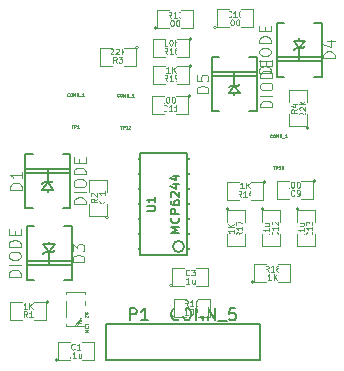
<source format=gto>
G04 (created by PCBNEW (2013-07-07 BZR 4022)-stable) date 12/9/2014 4:23:48 AM*
%MOIN*%
G04 Gerber Fmt 3.4, Leading zero omitted, Abs format*
%FSLAX34Y34*%
G01*
G70*
G90*
G04 APERTURE LIST*
%ADD10C,0.00590551*%
%ADD11C,0.005*%
%ADD12C,0.0039*%
%ADD13C,0.004*%
%ADD14C,0.0059*%
%ADD15C,0.0043*%
%ADD16C,0.0047*%
%ADD17C,0.0024*%
%ADD18C,0.0025*%
%ADD19R,0.05X0.025*%
%ADD20R,0.035X0.055*%
%ADD21R,0.055X0.035*%
%ADD22R,0.0866X0.063*%
%ADD23C,0.0700787*%
%ADD24R,0.0315X0.0197*%
G04 APERTURE END LIST*
G54D10*
G54D11*
X14820Y-14500D02*
X16380Y-14500D01*
X16380Y-14500D02*
X16380Y-11100D01*
X16380Y-11100D02*
X14820Y-11100D01*
X14820Y-11100D02*
X14820Y-14500D01*
X14820Y-13800D02*
X14390Y-13800D01*
X14820Y-13300D02*
X14390Y-13300D01*
X14820Y-12800D02*
X14390Y-12800D01*
X14820Y-14300D02*
X14390Y-14300D01*
X14390Y-12300D02*
X14820Y-12300D01*
X14390Y-11800D02*
X14820Y-11800D01*
X14390Y-11300D02*
X14820Y-11300D01*
X16380Y-11300D02*
X16810Y-11300D01*
X16380Y-11800D02*
X16810Y-11800D01*
X16380Y-14300D02*
X16810Y-14300D01*
X16810Y-13800D02*
X16380Y-13800D01*
X16810Y-12300D02*
X16380Y-12300D01*
X16810Y-12800D02*
X16380Y-12800D01*
X16810Y-13300D02*
X16380Y-13300D01*
X16276Y-14210D02*
G75*
G03X16276Y-14210I-186J0D01*
G74*
G01*
G54D12*
X15378Y-6929D02*
G75*
G03X15378Y-6929I-50J0D01*
G74*
G01*
X15778Y-6929D02*
X15378Y-6929D01*
X15378Y-6929D02*
X15378Y-6329D01*
X15378Y-6329D02*
X15778Y-6329D01*
X16178Y-6329D02*
X16578Y-6329D01*
X16578Y-6329D02*
X16578Y-6929D01*
X16578Y-6929D02*
X16178Y-6929D01*
X20100Y-12960D02*
G75*
G03X20100Y-12960I-50J0D01*
G74*
G01*
X20050Y-13410D02*
X20050Y-13010D01*
X20050Y-13010D02*
X20650Y-13010D01*
X20650Y-13010D02*
X20650Y-13410D01*
X20650Y-13810D02*
X20650Y-14210D01*
X20650Y-14210D02*
X20050Y-14210D01*
X20050Y-14210D02*
X20050Y-13810D01*
X18940Y-12960D02*
G75*
G03X18940Y-12960I-50J0D01*
G74*
G01*
X18890Y-13410D02*
X18890Y-13010D01*
X18890Y-13010D02*
X19490Y-13010D01*
X19490Y-13010D02*
X19490Y-13410D01*
X19490Y-13810D02*
X19490Y-14210D01*
X19490Y-14210D02*
X18890Y-14210D01*
X18890Y-14210D02*
X18890Y-13810D01*
X15890Y-15520D02*
G75*
G03X15890Y-15520I-50J0D01*
G74*
G01*
X16290Y-15520D02*
X15890Y-15520D01*
X15890Y-15520D02*
X15890Y-14920D01*
X15890Y-14920D02*
X16290Y-14920D01*
X16690Y-14920D02*
X17090Y-14920D01*
X17090Y-14920D02*
X17090Y-15520D01*
X17090Y-15520D02*
X16690Y-15520D01*
X15930Y-16550D02*
G75*
G03X15930Y-16550I-50J0D01*
G74*
G01*
X16330Y-16550D02*
X15930Y-16550D01*
X15930Y-16550D02*
X15930Y-15950D01*
X15930Y-15950D02*
X16330Y-15950D01*
X16730Y-15950D02*
X17130Y-15950D01*
X17130Y-15950D02*
X17130Y-16550D01*
X17130Y-16550D02*
X16730Y-16550D01*
X19006Y-12047D02*
G75*
G03X19006Y-12047I-50J0D01*
G74*
G01*
X18506Y-12047D02*
X18906Y-12047D01*
X18906Y-12047D02*
X18906Y-12647D01*
X18906Y-12647D02*
X18506Y-12647D01*
X18106Y-12647D02*
X17706Y-12647D01*
X17706Y-12647D02*
X17706Y-12047D01*
X17706Y-12047D02*
X18106Y-12047D01*
X20684Y-12021D02*
G75*
G03X20684Y-12021I-50J0D01*
G74*
G01*
X20184Y-12021D02*
X20584Y-12021D01*
X20584Y-12021D02*
X20584Y-12621D01*
X20584Y-12621D02*
X20184Y-12621D01*
X19784Y-12621D02*
X19384Y-12621D01*
X19384Y-12621D02*
X19384Y-12021D01*
X19384Y-12021D02*
X19784Y-12021D01*
X17369Y-6908D02*
G75*
G03X17369Y-6908I-50J0D01*
G74*
G01*
X17769Y-6908D02*
X17369Y-6908D01*
X17369Y-6908D02*
X17369Y-6308D01*
X17369Y-6308D02*
X17769Y-6308D01*
X18169Y-6308D02*
X18569Y-6308D01*
X18569Y-6308D02*
X18569Y-6908D01*
X18569Y-6908D02*
X18169Y-6908D01*
X16520Y-9190D02*
G75*
G03X16520Y-9190I-50J0D01*
G74*
G01*
X16020Y-9190D02*
X16420Y-9190D01*
X16420Y-9190D02*
X16420Y-9790D01*
X16420Y-9790D02*
X16020Y-9790D01*
X15620Y-9790D02*
X15220Y-9790D01*
X15220Y-9790D02*
X15220Y-9190D01*
X15220Y-9190D02*
X15620Y-9190D01*
X16544Y-7284D02*
G75*
G03X16544Y-7284I-50J0D01*
G74*
G01*
X16044Y-7284D02*
X16444Y-7284D01*
X16444Y-7284D02*
X16444Y-7884D01*
X16444Y-7884D02*
X16044Y-7884D01*
X15644Y-7884D02*
X15244Y-7884D01*
X15244Y-7884D02*
X15244Y-7284D01*
X15244Y-7284D02*
X15644Y-7284D01*
X16544Y-8184D02*
G75*
G03X16544Y-8184I-50J0D01*
G74*
G01*
X16044Y-8184D02*
X16444Y-8184D01*
X16444Y-8184D02*
X16444Y-8784D01*
X16444Y-8784D02*
X16044Y-8784D01*
X15644Y-8784D02*
X15244Y-8784D01*
X15244Y-8784D02*
X15244Y-8184D01*
X15244Y-8184D02*
X15644Y-8184D01*
X18620Y-15390D02*
G75*
G03X18620Y-15390I-50J0D01*
G74*
G01*
X19020Y-15390D02*
X18620Y-15390D01*
X18620Y-15390D02*
X18620Y-14790D01*
X18620Y-14790D02*
X19020Y-14790D01*
X19420Y-14790D02*
X19820Y-14790D01*
X19820Y-14790D02*
X19820Y-15390D01*
X19820Y-15390D02*
X19420Y-15390D01*
X17760Y-12960D02*
G75*
G03X17760Y-12960I-50J0D01*
G74*
G01*
X17710Y-13410D02*
X17710Y-13010D01*
X17710Y-13010D02*
X18310Y-13010D01*
X18310Y-13010D02*
X18310Y-13410D01*
X18310Y-13810D02*
X18310Y-14210D01*
X18310Y-14210D02*
X17710Y-14210D01*
X17710Y-14210D02*
X17710Y-13810D01*
G54D11*
X11774Y-14136D02*
X11774Y-14056D01*
X12524Y-13536D02*
X12524Y-15336D01*
X12524Y-15336D02*
X12274Y-15336D01*
X11024Y-14696D02*
X12524Y-14696D01*
X11024Y-14826D02*
X12524Y-14826D01*
X11274Y-13536D02*
X11024Y-13536D01*
X11024Y-13536D02*
X11024Y-15336D01*
X11024Y-15336D02*
X11274Y-15336D01*
X12274Y-13536D02*
X12524Y-13536D01*
X11774Y-14386D02*
X11961Y-14136D01*
X11961Y-14136D02*
X11774Y-14136D01*
X11774Y-14136D02*
X11587Y-14136D01*
X11587Y-14136D02*
X11774Y-14386D01*
X11774Y-14386D02*
X11899Y-14386D01*
X11899Y-14386D02*
X11961Y-14324D01*
X11774Y-14386D02*
X11649Y-14386D01*
X11649Y-14386D02*
X11587Y-14448D01*
X11774Y-14386D02*
X11774Y-14823D01*
X17954Y-9095D02*
X17954Y-9175D01*
X17204Y-9695D02*
X17204Y-7895D01*
X17204Y-7895D02*
X17454Y-7895D01*
X18704Y-8535D02*
X17204Y-8535D01*
X18704Y-8405D02*
X17204Y-8405D01*
X18454Y-9695D02*
X18704Y-9695D01*
X18704Y-9695D02*
X18704Y-7895D01*
X18704Y-7895D02*
X18454Y-7895D01*
X17454Y-9695D02*
X17204Y-9695D01*
X17954Y-8845D02*
X17767Y-9095D01*
X17767Y-9095D02*
X17954Y-9095D01*
X17954Y-9095D02*
X18141Y-9095D01*
X18141Y-9095D02*
X17954Y-8845D01*
X17954Y-8845D02*
X17829Y-8845D01*
X17829Y-8845D02*
X17767Y-8907D01*
X17954Y-8845D02*
X18079Y-8845D01*
X18079Y-8845D02*
X18141Y-8783D01*
X17954Y-8845D02*
X17954Y-8408D01*
X20118Y-7344D02*
X20118Y-7264D01*
X20868Y-6744D02*
X20868Y-8544D01*
X20868Y-8544D02*
X20618Y-8544D01*
X19368Y-7904D02*
X20868Y-7904D01*
X19368Y-8034D02*
X20868Y-8034D01*
X19618Y-6744D02*
X19368Y-6744D01*
X19368Y-6744D02*
X19368Y-8544D01*
X19368Y-8544D02*
X19618Y-8544D01*
X20618Y-6744D02*
X20868Y-6744D01*
X20118Y-7594D02*
X20305Y-7344D01*
X20305Y-7344D02*
X20118Y-7344D01*
X20118Y-7344D02*
X19931Y-7344D01*
X19931Y-7344D02*
X20118Y-7594D01*
X20118Y-7594D02*
X20243Y-7594D01*
X20243Y-7594D02*
X20305Y-7532D01*
X20118Y-7594D02*
X19993Y-7594D01*
X19993Y-7594D02*
X19931Y-7656D01*
X20118Y-7594D02*
X20118Y-8031D01*
G54D10*
X13679Y-16799D02*
X18797Y-16799D01*
X18797Y-16799D02*
X18797Y-17980D01*
X18797Y-17980D02*
X13679Y-17980D01*
X13679Y-16799D02*
X13679Y-17980D01*
G54D12*
X20439Y-10260D02*
G75*
G03X20439Y-10260I-50J0D01*
G74*
G01*
X20389Y-9810D02*
X20389Y-10210D01*
X20389Y-10210D02*
X19789Y-10210D01*
X19789Y-10210D02*
X19789Y-9810D01*
X19789Y-9410D02*
X19789Y-9010D01*
X19789Y-9010D02*
X20389Y-9010D01*
X20389Y-9010D02*
X20389Y-9410D01*
X14759Y-7581D02*
G75*
G03X14759Y-7581I-50J0D01*
G74*
G01*
X14259Y-7581D02*
X14659Y-7581D01*
X14659Y-7581D02*
X14659Y-8181D01*
X14659Y-8181D02*
X14259Y-8181D01*
X13859Y-8181D02*
X13459Y-8181D01*
X13459Y-8181D02*
X13459Y-7581D01*
X13459Y-7581D02*
X13859Y-7581D01*
X13759Y-13231D02*
G75*
G03X13759Y-13231I-50J0D01*
G74*
G01*
X13709Y-12781D02*
X13709Y-13181D01*
X13709Y-13181D02*
X13109Y-13181D01*
X13109Y-13181D02*
X13109Y-12781D01*
X13109Y-12381D02*
X13109Y-11981D01*
X13109Y-11981D02*
X13709Y-11981D01*
X13709Y-11981D02*
X13709Y-12381D01*
X11780Y-16060D02*
G75*
G03X11780Y-16060I-50J0D01*
G74*
G01*
X11280Y-16060D02*
X11680Y-16060D01*
X11680Y-16060D02*
X11680Y-16660D01*
X11680Y-16660D02*
X11280Y-16660D01*
X10880Y-16660D02*
X10480Y-16660D01*
X10480Y-16660D02*
X10480Y-16060D01*
X10480Y-16060D02*
X10880Y-16060D01*
X12061Y-17996D02*
G75*
G03X12061Y-17996I-50J0D01*
G74*
G01*
X12461Y-17996D02*
X12061Y-17996D01*
X12061Y-17996D02*
X12061Y-17396D01*
X12061Y-17396D02*
X12461Y-17396D01*
X12861Y-17396D02*
X13261Y-17396D01*
X13261Y-17396D02*
X13261Y-17996D01*
X13261Y-17996D02*
X12861Y-17996D01*
G54D13*
X12961Y-15941D02*
X12961Y-15736D01*
X12961Y-15736D02*
X12960Y-15726D01*
X12960Y-15726D02*
X12863Y-15728D01*
X12966Y-16785D02*
X12966Y-16855D01*
X12966Y-16855D02*
X12860Y-16858D01*
X12860Y-16858D02*
X12860Y-16861D01*
X12344Y-15725D02*
X12348Y-15727D01*
X12853Y-16596D02*
X12593Y-16856D01*
X12853Y-16656D02*
X12658Y-16856D01*
X12343Y-16856D02*
X12344Y-15725D01*
X12351Y-15727D02*
X12861Y-15727D01*
X12963Y-15921D02*
X12963Y-16791D01*
X12853Y-16856D02*
X12343Y-16856D01*
G54D11*
X11734Y-12323D02*
X11734Y-12403D01*
X10984Y-12923D02*
X10984Y-11123D01*
X10984Y-11123D02*
X11234Y-11123D01*
X12484Y-11763D02*
X10984Y-11763D01*
X12484Y-11633D02*
X10984Y-11633D01*
X12234Y-12923D02*
X12484Y-12923D01*
X12484Y-12923D02*
X12484Y-11123D01*
X12484Y-11123D02*
X12234Y-11123D01*
X11234Y-12923D02*
X10984Y-12923D01*
X11734Y-12073D02*
X11547Y-12323D01*
X11547Y-12323D02*
X11734Y-12323D01*
X11734Y-12323D02*
X11921Y-12323D01*
X11921Y-12323D02*
X11734Y-12073D01*
X11734Y-12073D02*
X11609Y-12073D01*
X11609Y-12073D02*
X11547Y-12135D01*
X11734Y-12073D02*
X11859Y-12073D01*
X11859Y-12073D02*
X11921Y-12011D01*
X11734Y-12073D02*
X11734Y-11636D01*
G54D14*
X15024Y-13024D02*
X15263Y-13024D01*
X15291Y-13010D01*
X15305Y-12996D01*
X15319Y-12968D01*
X15319Y-12912D01*
X15305Y-12884D01*
X15291Y-12870D01*
X15263Y-12856D01*
X15024Y-12856D01*
X15319Y-12561D02*
X15319Y-12729D01*
X15319Y-12645D02*
X15024Y-12645D01*
X15066Y-12673D01*
X15094Y-12701D01*
X15108Y-12729D01*
X16119Y-13755D02*
X15824Y-13755D01*
X16035Y-13656D01*
X15824Y-13558D01*
X16119Y-13558D01*
X16091Y-13249D02*
X16105Y-13263D01*
X16119Y-13305D01*
X16119Y-13333D01*
X16105Y-13375D01*
X16077Y-13404D01*
X16049Y-13418D01*
X15992Y-13432D01*
X15950Y-13432D01*
X15894Y-13418D01*
X15866Y-13404D01*
X15838Y-13375D01*
X15824Y-13333D01*
X15824Y-13305D01*
X15838Y-13263D01*
X15852Y-13249D01*
X16119Y-13123D02*
X15824Y-13123D01*
X15824Y-13010D01*
X15838Y-12982D01*
X15852Y-12968D01*
X15880Y-12954D01*
X15922Y-12954D01*
X15950Y-12968D01*
X15964Y-12982D01*
X15978Y-13010D01*
X15978Y-13123D01*
X15824Y-12701D02*
X15824Y-12757D01*
X15838Y-12785D01*
X15852Y-12799D01*
X15894Y-12828D01*
X15950Y-12842D01*
X16063Y-12842D01*
X16091Y-12828D01*
X16105Y-12814D01*
X16119Y-12785D01*
X16119Y-12729D01*
X16105Y-12701D01*
X16091Y-12687D01*
X16063Y-12673D01*
X15992Y-12673D01*
X15964Y-12687D01*
X15950Y-12701D01*
X15936Y-12729D01*
X15936Y-12785D01*
X15950Y-12814D01*
X15964Y-12828D01*
X15992Y-12842D01*
X15852Y-12561D02*
X15838Y-12547D01*
X15824Y-12519D01*
X15824Y-12448D01*
X15838Y-12420D01*
X15852Y-12406D01*
X15880Y-12392D01*
X15908Y-12392D01*
X15950Y-12406D01*
X16119Y-12575D01*
X16119Y-12392D01*
X15922Y-12139D02*
X16119Y-12139D01*
X15810Y-12209D02*
X16021Y-12280D01*
X16021Y-12097D01*
X15922Y-11858D02*
X16119Y-11858D01*
X15810Y-11929D02*
X16021Y-11999D01*
X16021Y-11816D01*
G54D15*
X15851Y-6583D02*
X15785Y-6489D01*
X15738Y-6583D02*
X15738Y-6386D01*
X15813Y-6386D01*
X15832Y-6396D01*
X15841Y-6405D01*
X15851Y-6424D01*
X15851Y-6452D01*
X15841Y-6471D01*
X15832Y-6480D01*
X15813Y-6489D01*
X15738Y-6489D01*
X16038Y-6583D02*
X15926Y-6583D01*
X15982Y-6583D02*
X15982Y-6386D01*
X15963Y-6414D01*
X15945Y-6433D01*
X15926Y-6443D01*
X16104Y-6386D02*
X16226Y-6386D01*
X16160Y-6461D01*
X16189Y-6461D01*
X16207Y-6471D01*
X16217Y-6480D01*
X16226Y-6499D01*
X16226Y-6546D01*
X16217Y-6564D01*
X16207Y-6574D01*
X16189Y-6583D01*
X16132Y-6583D01*
X16114Y-6574D01*
X16104Y-6564D01*
X15748Y-6858D02*
X15635Y-6858D01*
X15691Y-6858D02*
X15691Y-6661D01*
X15673Y-6689D01*
X15654Y-6708D01*
X15635Y-6718D01*
X15870Y-6661D02*
X15888Y-6661D01*
X15907Y-6671D01*
X15917Y-6680D01*
X15926Y-6699D01*
X15935Y-6736D01*
X15935Y-6783D01*
X15926Y-6821D01*
X15917Y-6839D01*
X15907Y-6849D01*
X15888Y-6858D01*
X15870Y-6858D01*
X15851Y-6849D01*
X15841Y-6839D01*
X15832Y-6821D01*
X15823Y-6783D01*
X15823Y-6736D01*
X15832Y-6699D01*
X15841Y-6680D01*
X15851Y-6671D01*
X15870Y-6661D01*
X16057Y-6661D02*
X16076Y-6661D01*
X16095Y-6671D01*
X16104Y-6680D01*
X16114Y-6699D01*
X16123Y-6736D01*
X16123Y-6783D01*
X16114Y-6821D01*
X16104Y-6839D01*
X16095Y-6849D01*
X16076Y-6858D01*
X16057Y-6858D01*
X16038Y-6849D01*
X16029Y-6839D01*
X16020Y-6821D01*
X16010Y-6783D01*
X16010Y-6736D01*
X16020Y-6699D01*
X16029Y-6680D01*
X16038Y-6671D01*
X16057Y-6661D01*
X16207Y-6858D02*
X16207Y-6661D01*
X16320Y-6858D02*
X16235Y-6746D01*
X16320Y-6661D02*
X16207Y-6774D01*
X20535Y-13736D02*
X20545Y-13746D01*
X20554Y-13774D01*
X20554Y-13792D01*
X20545Y-13821D01*
X20526Y-13839D01*
X20507Y-13849D01*
X20470Y-13858D01*
X20442Y-13858D01*
X20404Y-13849D01*
X20385Y-13839D01*
X20367Y-13821D01*
X20357Y-13792D01*
X20357Y-13774D01*
X20367Y-13746D01*
X20376Y-13736D01*
X20554Y-13549D02*
X20554Y-13661D01*
X20554Y-13605D02*
X20357Y-13605D01*
X20385Y-13624D01*
X20404Y-13642D01*
X20414Y-13661D01*
X20357Y-13483D02*
X20357Y-13361D01*
X20432Y-13427D01*
X20432Y-13398D01*
X20442Y-13380D01*
X20451Y-13370D01*
X20470Y-13361D01*
X20517Y-13361D01*
X20535Y-13370D01*
X20545Y-13380D01*
X20554Y-13398D01*
X20554Y-13455D01*
X20545Y-13473D01*
X20535Y-13483D01*
X20260Y-13792D02*
X20270Y-13783D01*
X20279Y-13792D01*
X20270Y-13802D01*
X20260Y-13792D01*
X20279Y-13792D01*
X20279Y-13595D02*
X20279Y-13708D01*
X20279Y-13652D02*
X20082Y-13652D01*
X20110Y-13670D01*
X20129Y-13689D01*
X20139Y-13708D01*
X20148Y-13427D02*
X20279Y-13427D01*
X20148Y-13511D02*
X20251Y-13511D01*
X20270Y-13502D01*
X20279Y-13483D01*
X20279Y-13455D01*
X20270Y-13436D01*
X20260Y-13427D01*
X19375Y-13736D02*
X19385Y-13746D01*
X19394Y-13774D01*
X19394Y-13792D01*
X19385Y-13821D01*
X19366Y-13839D01*
X19347Y-13849D01*
X19310Y-13858D01*
X19282Y-13858D01*
X19244Y-13849D01*
X19225Y-13839D01*
X19207Y-13821D01*
X19197Y-13792D01*
X19197Y-13774D01*
X19207Y-13746D01*
X19216Y-13736D01*
X19394Y-13549D02*
X19394Y-13661D01*
X19394Y-13605D02*
X19197Y-13605D01*
X19225Y-13624D01*
X19244Y-13642D01*
X19254Y-13661D01*
X19216Y-13473D02*
X19207Y-13464D01*
X19197Y-13445D01*
X19197Y-13398D01*
X19207Y-13380D01*
X19216Y-13370D01*
X19235Y-13361D01*
X19254Y-13361D01*
X19282Y-13370D01*
X19394Y-13483D01*
X19394Y-13361D01*
X19100Y-13792D02*
X19110Y-13783D01*
X19119Y-13792D01*
X19110Y-13802D01*
X19100Y-13792D01*
X19119Y-13792D01*
X19119Y-13595D02*
X19119Y-13708D01*
X19119Y-13652D02*
X18922Y-13652D01*
X18950Y-13670D01*
X18969Y-13689D01*
X18979Y-13708D01*
X18988Y-13427D02*
X19119Y-13427D01*
X18988Y-13511D02*
X19091Y-13511D01*
X19110Y-13502D01*
X19119Y-13483D01*
X19119Y-13455D01*
X19110Y-13436D01*
X19100Y-13427D01*
X16457Y-15155D02*
X16447Y-15165D01*
X16419Y-15174D01*
X16400Y-15174D01*
X16372Y-15165D01*
X16353Y-15146D01*
X16344Y-15127D01*
X16335Y-15090D01*
X16335Y-15062D01*
X16344Y-15024D01*
X16353Y-15005D01*
X16372Y-14987D01*
X16400Y-14977D01*
X16419Y-14977D01*
X16447Y-14987D01*
X16457Y-14996D01*
X16522Y-14977D02*
X16644Y-14977D01*
X16579Y-15052D01*
X16607Y-15052D01*
X16626Y-15062D01*
X16635Y-15071D01*
X16644Y-15090D01*
X16644Y-15137D01*
X16635Y-15155D01*
X16626Y-15165D01*
X16607Y-15174D01*
X16550Y-15174D01*
X16532Y-15165D01*
X16522Y-15155D01*
X16457Y-15449D02*
X16344Y-15449D01*
X16400Y-15449D02*
X16400Y-15252D01*
X16382Y-15280D01*
X16363Y-15299D01*
X16344Y-15309D01*
X16626Y-15318D02*
X16626Y-15449D01*
X16541Y-15318D02*
X16541Y-15421D01*
X16550Y-15440D01*
X16569Y-15449D01*
X16597Y-15449D01*
X16616Y-15440D01*
X16626Y-15430D01*
X16403Y-16204D02*
X16337Y-16110D01*
X16290Y-16204D02*
X16290Y-16007D01*
X16365Y-16007D01*
X16384Y-16017D01*
X16393Y-16026D01*
X16403Y-16045D01*
X16403Y-16073D01*
X16393Y-16092D01*
X16384Y-16101D01*
X16365Y-16110D01*
X16290Y-16110D01*
X16590Y-16204D02*
X16478Y-16204D01*
X16534Y-16204D02*
X16534Y-16007D01*
X16515Y-16035D01*
X16497Y-16054D01*
X16478Y-16064D01*
X16712Y-16007D02*
X16731Y-16007D01*
X16750Y-16017D01*
X16759Y-16026D01*
X16769Y-16045D01*
X16778Y-16082D01*
X16778Y-16129D01*
X16769Y-16167D01*
X16759Y-16185D01*
X16750Y-16195D01*
X16731Y-16204D01*
X16712Y-16204D01*
X16694Y-16195D01*
X16684Y-16185D01*
X16675Y-16167D01*
X16666Y-16129D01*
X16666Y-16082D01*
X16675Y-16045D01*
X16684Y-16026D01*
X16694Y-16017D01*
X16712Y-16007D01*
X16393Y-16479D02*
X16281Y-16479D01*
X16337Y-16479D02*
X16337Y-16282D01*
X16318Y-16310D01*
X16300Y-16329D01*
X16281Y-16339D01*
X16515Y-16282D02*
X16534Y-16282D01*
X16553Y-16292D01*
X16562Y-16301D01*
X16572Y-16320D01*
X16581Y-16357D01*
X16581Y-16404D01*
X16572Y-16442D01*
X16562Y-16460D01*
X16553Y-16470D01*
X16534Y-16479D01*
X16515Y-16479D01*
X16497Y-16470D01*
X16487Y-16460D01*
X16478Y-16442D01*
X16469Y-16404D01*
X16469Y-16357D01*
X16478Y-16320D01*
X16487Y-16301D01*
X16497Y-16292D01*
X16515Y-16282D01*
X16666Y-16479D02*
X16666Y-16282D01*
X16778Y-16479D02*
X16694Y-16367D01*
X16778Y-16282D02*
X16666Y-16395D01*
X18179Y-12551D02*
X18113Y-12457D01*
X18066Y-12551D02*
X18066Y-12354D01*
X18141Y-12354D01*
X18160Y-12364D01*
X18169Y-12373D01*
X18179Y-12392D01*
X18179Y-12420D01*
X18169Y-12439D01*
X18160Y-12448D01*
X18141Y-12457D01*
X18066Y-12457D01*
X18366Y-12551D02*
X18254Y-12551D01*
X18310Y-12551D02*
X18310Y-12354D01*
X18291Y-12382D01*
X18273Y-12401D01*
X18254Y-12411D01*
X18535Y-12420D02*
X18535Y-12551D01*
X18488Y-12345D02*
X18442Y-12486D01*
X18563Y-12486D01*
X18263Y-12276D02*
X18151Y-12276D01*
X18207Y-12276D02*
X18207Y-12079D01*
X18188Y-12107D01*
X18169Y-12126D01*
X18151Y-12136D01*
X18348Y-12276D02*
X18348Y-12079D01*
X18460Y-12276D02*
X18376Y-12164D01*
X18460Y-12079D02*
X18348Y-12192D01*
X19951Y-12506D02*
X19941Y-12516D01*
X19913Y-12525D01*
X19894Y-12525D01*
X19866Y-12516D01*
X19847Y-12497D01*
X19838Y-12478D01*
X19829Y-12441D01*
X19829Y-12413D01*
X19838Y-12375D01*
X19847Y-12356D01*
X19866Y-12338D01*
X19894Y-12328D01*
X19913Y-12328D01*
X19941Y-12338D01*
X19951Y-12347D01*
X20044Y-12525D02*
X20082Y-12525D01*
X20101Y-12516D01*
X20110Y-12506D01*
X20129Y-12478D01*
X20138Y-12441D01*
X20138Y-12366D01*
X20129Y-12347D01*
X20120Y-12338D01*
X20101Y-12328D01*
X20063Y-12328D01*
X20044Y-12338D01*
X20035Y-12347D01*
X20026Y-12366D01*
X20026Y-12413D01*
X20035Y-12431D01*
X20044Y-12441D01*
X20063Y-12450D01*
X20101Y-12450D01*
X20120Y-12441D01*
X20129Y-12431D01*
X20138Y-12413D01*
X19763Y-12250D02*
X19650Y-12250D01*
X19707Y-12250D02*
X19707Y-12053D01*
X19688Y-12081D01*
X19669Y-12100D01*
X19650Y-12110D01*
X19885Y-12053D02*
X19904Y-12053D01*
X19923Y-12063D01*
X19932Y-12072D01*
X19941Y-12091D01*
X19951Y-12128D01*
X19951Y-12175D01*
X19941Y-12213D01*
X19932Y-12231D01*
X19923Y-12241D01*
X19904Y-12250D01*
X19885Y-12250D01*
X19866Y-12241D01*
X19857Y-12231D01*
X19847Y-12213D01*
X19838Y-12175D01*
X19838Y-12128D01*
X19847Y-12091D01*
X19857Y-12072D01*
X19866Y-12063D01*
X19885Y-12053D01*
X20073Y-12053D02*
X20091Y-12053D01*
X20110Y-12063D01*
X20120Y-12072D01*
X20129Y-12091D01*
X20138Y-12128D01*
X20138Y-12175D01*
X20129Y-12213D01*
X20120Y-12231D01*
X20110Y-12241D01*
X20091Y-12250D01*
X20073Y-12250D01*
X20054Y-12241D01*
X20044Y-12231D01*
X20035Y-12213D01*
X20026Y-12175D01*
X20026Y-12128D01*
X20035Y-12091D01*
X20044Y-12072D01*
X20054Y-12063D01*
X20073Y-12053D01*
X20223Y-12119D02*
X20223Y-12250D01*
X20223Y-12138D02*
X20232Y-12128D01*
X20251Y-12119D01*
X20279Y-12119D01*
X20298Y-12128D01*
X20307Y-12147D01*
X20307Y-12250D01*
X17842Y-6543D02*
X17832Y-6553D01*
X17804Y-6562D01*
X17786Y-6562D01*
X17757Y-6553D01*
X17739Y-6534D01*
X17729Y-6515D01*
X17720Y-6478D01*
X17720Y-6450D01*
X17729Y-6412D01*
X17739Y-6393D01*
X17757Y-6375D01*
X17786Y-6365D01*
X17804Y-6365D01*
X17832Y-6375D01*
X17842Y-6384D01*
X18029Y-6562D02*
X17917Y-6562D01*
X17973Y-6562D02*
X17973Y-6365D01*
X17954Y-6393D01*
X17936Y-6412D01*
X17917Y-6422D01*
X18151Y-6365D02*
X18170Y-6365D01*
X18189Y-6375D01*
X18198Y-6384D01*
X18208Y-6403D01*
X18217Y-6440D01*
X18217Y-6487D01*
X18208Y-6525D01*
X18198Y-6543D01*
X18189Y-6553D01*
X18170Y-6562D01*
X18151Y-6562D01*
X18133Y-6553D01*
X18123Y-6543D01*
X18114Y-6525D01*
X18105Y-6487D01*
X18105Y-6440D01*
X18114Y-6403D01*
X18123Y-6384D01*
X18133Y-6375D01*
X18151Y-6365D01*
X17748Y-6837D02*
X17635Y-6837D01*
X17692Y-6837D02*
X17692Y-6640D01*
X17673Y-6668D01*
X17654Y-6687D01*
X17635Y-6697D01*
X17870Y-6640D02*
X17889Y-6640D01*
X17908Y-6650D01*
X17917Y-6659D01*
X17926Y-6678D01*
X17936Y-6715D01*
X17936Y-6762D01*
X17926Y-6800D01*
X17917Y-6818D01*
X17908Y-6828D01*
X17889Y-6837D01*
X17870Y-6837D01*
X17851Y-6828D01*
X17842Y-6818D01*
X17832Y-6800D01*
X17823Y-6762D01*
X17823Y-6715D01*
X17832Y-6678D01*
X17842Y-6659D01*
X17851Y-6650D01*
X17870Y-6640D01*
X18058Y-6640D02*
X18076Y-6640D01*
X18095Y-6650D01*
X18105Y-6659D01*
X18114Y-6678D01*
X18123Y-6715D01*
X18123Y-6762D01*
X18114Y-6800D01*
X18105Y-6818D01*
X18095Y-6828D01*
X18076Y-6837D01*
X18058Y-6837D01*
X18039Y-6828D01*
X18029Y-6818D01*
X18020Y-6800D01*
X18011Y-6762D01*
X18011Y-6715D01*
X18020Y-6678D01*
X18029Y-6659D01*
X18039Y-6650D01*
X18058Y-6640D01*
X18208Y-6706D02*
X18208Y-6837D01*
X18208Y-6725D02*
X18217Y-6715D01*
X18236Y-6706D01*
X18264Y-6706D01*
X18283Y-6715D01*
X18292Y-6734D01*
X18292Y-6837D01*
X15693Y-9675D02*
X15683Y-9685D01*
X15655Y-9694D01*
X15637Y-9694D01*
X15608Y-9685D01*
X15590Y-9666D01*
X15580Y-9647D01*
X15571Y-9610D01*
X15571Y-9582D01*
X15580Y-9544D01*
X15590Y-9525D01*
X15608Y-9507D01*
X15637Y-9497D01*
X15655Y-9497D01*
X15683Y-9507D01*
X15693Y-9516D01*
X15880Y-9694D02*
X15768Y-9694D01*
X15824Y-9694D02*
X15824Y-9497D01*
X15805Y-9525D01*
X15787Y-9544D01*
X15768Y-9554D01*
X16068Y-9694D02*
X15956Y-9694D01*
X16012Y-9694D02*
X16012Y-9497D01*
X15993Y-9525D01*
X15974Y-9544D01*
X15956Y-9554D01*
X15599Y-9419D02*
X15486Y-9419D01*
X15543Y-9419D02*
X15543Y-9222D01*
X15524Y-9250D01*
X15505Y-9269D01*
X15486Y-9279D01*
X15721Y-9222D02*
X15740Y-9222D01*
X15759Y-9232D01*
X15768Y-9241D01*
X15777Y-9260D01*
X15787Y-9297D01*
X15787Y-9344D01*
X15777Y-9382D01*
X15768Y-9400D01*
X15759Y-9410D01*
X15740Y-9419D01*
X15721Y-9419D01*
X15702Y-9410D01*
X15693Y-9400D01*
X15683Y-9382D01*
X15674Y-9344D01*
X15674Y-9297D01*
X15683Y-9260D01*
X15693Y-9241D01*
X15702Y-9232D01*
X15721Y-9222D01*
X15909Y-9222D02*
X15927Y-9222D01*
X15946Y-9232D01*
X15956Y-9241D01*
X15965Y-9260D01*
X15974Y-9297D01*
X15974Y-9344D01*
X15965Y-9382D01*
X15956Y-9400D01*
X15946Y-9410D01*
X15927Y-9419D01*
X15909Y-9419D01*
X15890Y-9410D01*
X15880Y-9400D01*
X15871Y-9382D01*
X15862Y-9344D01*
X15862Y-9297D01*
X15871Y-9260D01*
X15880Y-9241D01*
X15890Y-9232D01*
X15909Y-9222D01*
X16059Y-9288D02*
X16059Y-9419D01*
X16059Y-9307D02*
X16068Y-9297D01*
X16087Y-9288D01*
X16115Y-9288D01*
X16134Y-9297D01*
X16143Y-9316D01*
X16143Y-9419D01*
X15717Y-7788D02*
X15651Y-7694D01*
X15604Y-7788D02*
X15604Y-7591D01*
X15679Y-7591D01*
X15698Y-7601D01*
X15707Y-7610D01*
X15717Y-7629D01*
X15717Y-7657D01*
X15707Y-7676D01*
X15698Y-7685D01*
X15679Y-7694D01*
X15604Y-7694D01*
X15904Y-7788D02*
X15792Y-7788D01*
X15848Y-7788D02*
X15848Y-7591D01*
X15829Y-7619D01*
X15811Y-7638D01*
X15792Y-7648D01*
X16073Y-7591D02*
X16036Y-7591D01*
X16017Y-7601D01*
X16008Y-7610D01*
X15989Y-7638D01*
X15980Y-7676D01*
X15980Y-7751D01*
X15989Y-7769D01*
X15998Y-7779D01*
X16017Y-7788D01*
X16055Y-7788D01*
X16073Y-7779D01*
X16083Y-7769D01*
X16092Y-7751D01*
X16092Y-7704D01*
X16083Y-7685D01*
X16073Y-7676D01*
X16055Y-7666D01*
X16017Y-7666D01*
X15998Y-7676D01*
X15989Y-7685D01*
X15980Y-7704D01*
X15707Y-7513D02*
X15595Y-7513D01*
X15651Y-7513D02*
X15651Y-7316D01*
X15632Y-7344D01*
X15614Y-7363D01*
X15595Y-7373D01*
X15829Y-7316D02*
X15848Y-7316D01*
X15867Y-7326D01*
X15876Y-7335D01*
X15886Y-7354D01*
X15895Y-7391D01*
X15895Y-7438D01*
X15886Y-7476D01*
X15876Y-7494D01*
X15867Y-7504D01*
X15848Y-7513D01*
X15829Y-7513D01*
X15811Y-7504D01*
X15801Y-7494D01*
X15792Y-7476D01*
X15783Y-7438D01*
X15783Y-7391D01*
X15792Y-7354D01*
X15801Y-7335D01*
X15811Y-7326D01*
X15829Y-7316D01*
X15980Y-7513D02*
X15980Y-7316D01*
X16092Y-7513D02*
X16008Y-7401D01*
X16092Y-7316D02*
X15980Y-7429D01*
X15717Y-8688D02*
X15651Y-8594D01*
X15604Y-8688D02*
X15604Y-8491D01*
X15679Y-8491D01*
X15698Y-8501D01*
X15707Y-8510D01*
X15717Y-8529D01*
X15717Y-8557D01*
X15707Y-8576D01*
X15698Y-8585D01*
X15679Y-8594D01*
X15604Y-8594D01*
X15904Y-8688D02*
X15792Y-8688D01*
X15848Y-8688D02*
X15848Y-8491D01*
X15829Y-8519D01*
X15811Y-8538D01*
X15792Y-8548D01*
X15998Y-8688D02*
X16036Y-8688D01*
X16055Y-8679D01*
X16064Y-8669D01*
X16083Y-8641D01*
X16092Y-8604D01*
X16092Y-8529D01*
X16083Y-8510D01*
X16073Y-8501D01*
X16055Y-8491D01*
X16017Y-8491D01*
X15998Y-8501D01*
X15989Y-8510D01*
X15980Y-8529D01*
X15980Y-8576D01*
X15989Y-8594D01*
X15998Y-8604D01*
X16017Y-8613D01*
X16055Y-8613D01*
X16073Y-8604D01*
X16083Y-8594D01*
X16092Y-8576D01*
X15801Y-8413D02*
X15689Y-8413D01*
X15745Y-8413D02*
X15745Y-8216D01*
X15726Y-8244D01*
X15707Y-8263D01*
X15689Y-8273D01*
X15886Y-8413D02*
X15886Y-8216D01*
X15998Y-8413D02*
X15914Y-8301D01*
X15998Y-8216D02*
X15886Y-8329D01*
X19093Y-15044D02*
X19027Y-14950D01*
X18980Y-15044D02*
X18980Y-14847D01*
X19055Y-14847D01*
X19074Y-14857D01*
X19083Y-14866D01*
X19093Y-14885D01*
X19093Y-14913D01*
X19083Y-14932D01*
X19074Y-14941D01*
X19055Y-14950D01*
X18980Y-14950D01*
X19280Y-15044D02*
X19168Y-15044D01*
X19224Y-15044D02*
X19224Y-14847D01*
X19205Y-14875D01*
X19187Y-14894D01*
X19168Y-14904D01*
X19393Y-14932D02*
X19374Y-14922D01*
X19365Y-14913D01*
X19356Y-14894D01*
X19356Y-14885D01*
X19365Y-14866D01*
X19374Y-14857D01*
X19393Y-14847D01*
X19431Y-14847D01*
X19449Y-14857D01*
X19459Y-14866D01*
X19468Y-14885D01*
X19468Y-14894D01*
X19459Y-14913D01*
X19449Y-14922D01*
X19431Y-14932D01*
X19393Y-14932D01*
X19374Y-14941D01*
X19365Y-14950D01*
X19356Y-14969D01*
X19356Y-15007D01*
X19365Y-15025D01*
X19374Y-15035D01*
X19393Y-15044D01*
X19431Y-15044D01*
X19449Y-15035D01*
X19459Y-15025D01*
X19468Y-15007D01*
X19468Y-14969D01*
X19459Y-14950D01*
X19449Y-14941D01*
X19431Y-14932D01*
X19177Y-15319D02*
X19065Y-15319D01*
X19121Y-15319D02*
X19121Y-15122D01*
X19102Y-15150D01*
X19083Y-15169D01*
X19065Y-15179D01*
X19262Y-15319D02*
X19262Y-15122D01*
X19374Y-15319D02*
X19290Y-15207D01*
X19374Y-15122D02*
X19262Y-15235D01*
X18214Y-13736D02*
X18120Y-13802D01*
X18214Y-13849D02*
X18017Y-13849D01*
X18017Y-13774D01*
X18027Y-13755D01*
X18036Y-13746D01*
X18055Y-13736D01*
X18083Y-13736D01*
X18102Y-13746D01*
X18111Y-13755D01*
X18120Y-13774D01*
X18120Y-13849D01*
X18214Y-13549D02*
X18214Y-13661D01*
X18214Y-13605D02*
X18017Y-13605D01*
X18045Y-13624D01*
X18064Y-13642D01*
X18074Y-13661D01*
X18017Y-13483D02*
X18017Y-13352D01*
X18214Y-13436D01*
X17939Y-13652D02*
X17939Y-13764D01*
X17939Y-13708D02*
X17742Y-13708D01*
X17770Y-13727D01*
X17789Y-13746D01*
X17799Y-13764D01*
X17939Y-13567D02*
X17742Y-13567D01*
X17939Y-13455D02*
X17827Y-13539D01*
X17742Y-13455D02*
X17855Y-13567D01*
G54D16*
X12957Y-14726D02*
X12563Y-14726D01*
X12563Y-14633D01*
X12582Y-14576D01*
X12619Y-14539D01*
X12657Y-14520D01*
X12732Y-14501D01*
X12788Y-14501D01*
X12863Y-14520D01*
X12901Y-14539D01*
X12938Y-14576D01*
X12957Y-14633D01*
X12957Y-14726D01*
X12563Y-14370D02*
X12563Y-14126D01*
X12713Y-14257D01*
X12713Y-14201D01*
X12732Y-14163D01*
X12751Y-14145D01*
X12788Y-14126D01*
X12882Y-14126D01*
X12919Y-14145D01*
X12938Y-14163D01*
X12957Y-14201D01*
X12957Y-14314D01*
X12938Y-14351D01*
X12919Y-14370D01*
X10831Y-15214D02*
X10437Y-15214D01*
X10437Y-15120D01*
X10456Y-15064D01*
X10493Y-15026D01*
X10531Y-15008D01*
X10606Y-14989D01*
X10662Y-14989D01*
X10737Y-15008D01*
X10775Y-15026D01*
X10812Y-15064D01*
X10831Y-15120D01*
X10831Y-15214D01*
X10831Y-14820D02*
X10437Y-14820D01*
X10437Y-14557D02*
X10437Y-14482D01*
X10456Y-14445D01*
X10493Y-14407D01*
X10568Y-14389D01*
X10700Y-14389D01*
X10775Y-14407D01*
X10812Y-14445D01*
X10831Y-14482D01*
X10831Y-14557D01*
X10812Y-14595D01*
X10775Y-14633D01*
X10700Y-14651D01*
X10568Y-14651D01*
X10493Y-14633D01*
X10456Y-14595D01*
X10437Y-14557D01*
X10831Y-14220D02*
X10437Y-14220D01*
X10437Y-14126D01*
X10456Y-14070D01*
X10493Y-14032D01*
X10531Y-14013D01*
X10606Y-13995D01*
X10662Y-13995D01*
X10737Y-14013D01*
X10775Y-14032D01*
X10812Y-14070D01*
X10831Y-14126D01*
X10831Y-14220D01*
X10625Y-13826D02*
X10625Y-13694D01*
X10831Y-13638D02*
X10831Y-13826D01*
X10437Y-13826D01*
X10437Y-13638D01*
X17089Y-9085D02*
X16695Y-9085D01*
X16695Y-8992D01*
X16714Y-8935D01*
X16751Y-8898D01*
X16789Y-8879D01*
X16864Y-8860D01*
X16920Y-8860D01*
X16995Y-8879D01*
X17033Y-8898D01*
X17070Y-8935D01*
X17089Y-8992D01*
X17089Y-9085D01*
X16695Y-8504D02*
X16695Y-8691D01*
X16883Y-8710D01*
X16864Y-8691D01*
X16845Y-8654D01*
X16845Y-8560D01*
X16864Y-8522D01*
X16883Y-8504D01*
X16920Y-8485D01*
X17014Y-8485D01*
X17051Y-8504D01*
X17070Y-8522D01*
X17089Y-8560D01*
X17089Y-8654D01*
X17070Y-8691D01*
X17051Y-8710D01*
X19215Y-9573D02*
X18821Y-9573D01*
X18821Y-9479D01*
X18840Y-9423D01*
X18877Y-9385D01*
X18915Y-9367D01*
X18990Y-9348D01*
X19046Y-9348D01*
X19121Y-9367D01*
X19159Y-9385D01*
X19196Y-9423D01*
X19215Y-9479D01*
X19215Y-9573D01*
X19215Y-9179D02*
X18821Y-9179D01*
X18821Y-8916D02*
X18821Y-8841D01*
X18840Y-8804D01*
X18877Y-8766D01*
X18952Y-8748D01*
X19084Y-8748D01*
X19159Y-8766D01*
X19196Y-8804D01*
X19215Y-8841D01*
X19215Y-8916D01*
X19196Y-8954D01*
X19159Y-8992D01*
X19084Y-9010D01*
X18952Y-9010D01*
X18877Y-8992D01*
X18840Y-8954D01*
X18821Y-8916D01*
X19215Y-8579D02*
X18821Y-8579D01*
X18821Y-8485D01*
X18840Y-8429D01*
X18877Y-8391D01*
X18915Y-8372D01*
X18990Y-8354D01*
X19046Y-8354D01*
X19121Y-8372D01*
X19159Y-8391D01*
X19196Y-8429D01*
X19215Y-8485D01*
X19215Y-8579D01*
X19009Y-8185D02*
X19009Y-8053D01*
X19215Y-7997D02*
X19215Y-8185D01*
X18821Y-8185D01*
X18821Y-7997D01*
X21301Y-7934D02*
X20907Y-7934D01*
X20907Y-7841D01*
X20926Y-7784D01*
X20963Y-7747D01*
X21001Y-7728D01*
X21076Y-7709D01*
X21132Y-7709D01*
X21207Y-7728D01*
X21245Y-7747D01*
X21282Y-7784D01*
X21301Y-7841D01*
X21301Y-7934D01*
X21038Y-7371D02*
X21301Y-7371D01*
X20888Y-7465D02*
X21170Y-7559D01*
X21170Y-7315D01*
X19175Y-8422D02*
X18781Y-8422D01*
X18781Y-8328D01*
X18800Y-8272D01*
X18837Y-8234D01*
X18875Y-8216D01*
X18950Y-8197D01*
X19006Y-8197D01*
X19081Y-8216D01*
X19119Y-8234D01*
X19156Y-8272D01*
X19175Y-8328D01*
X19175Y-8422D01*
X19175Y-8028D02*
X18781Y-8028D01*
X18781Y-7765D02*
X18781Y-7690D01*
X18800Y-7653D01*
X18837Y-7615D01*
X18912Y-7597D01*
X19044Y-7597D01*
X19119Y-7615D01*
X19156Y-7653D01*
X19175Y-7690D01*
X19175Y-7765D01*
X19156Y-7803D01*
X19119Y-7841D01*
X19044Y-7859D01*
X18912Y-7859D01*
X18837Y-7841D01*
X18800Y-7803D01*
X18781Y-7765D01*
X19175Y-7428D02*
X18781Y-7428D01*
X18781Y-7334D01*
X18800Y-7278D01*
X18837Y-7240D01*
X18875Y-7221D01*
X18950Y-7203D01*
X19006Y-7203D01*
X19081Y-7221D01*
X19119Y-7240D01*
X19156Y-7278D01*
X19175Y-7334D01*
X19175Y-7428D01*
X18969Y-7034D02*
X18969Y-6902D01*
X19175Y-6846D02*
X19175Y-7034D01*
X18781Y-7034D01*
X18781Y-6846D01*
G54D10*
X14471Y-16663D02*
X14471Y-16269D01*
X14621Y-16269D01*
X14659Y-16288D01*
X14677Y-16307D01*
X14696Y-16344D01*
X14696Y-16401D01*
X14677Y-16438D01*
X14659Y-16457D01*
X14621Y-16476D01*
X14471Y-16476D01*
X15071Y-16663D02*
X14846Y-16663D01*
X14958Y-16663D02*
X14958Y-16269D01*
X14921Y-16326D01*
X14883Y-16363D01*
X14846Y-16382D01*
X16093Y-16626D02*
X16074Y-16644D01*
X16018Y-16663D01*
X15980Y-16663D01*
X15924Y-16644D01*
X15886Y-16607D01*
X15868Y-16569D01*
X15849Y-16494D01*
X15849Y-16438D01*
X15868Y-16363D01*
X15886Y-16326D01*
X15924Y-16288D01*
X15980Y-16269D01*
X16018Y-16269D01*
X16074Y-16288D01*
X16093Y-16307D01*
X16336Y-16269D02*
X16411Y-16269D01*
X16449Y-16288D01*
X16486Y-16326D01*
X16505Y-16401D01*
X16505Y-16532D01*
X16486Y-16607D01*
X16449Y-16644D01*
X16411Y-16663D01*
X16336Y-16663D01*
X16299Y-16644D01*
X16261Y-16607D01*
X16243Y-16532D01*
X16243Y-16401D01*
X16261Y-16326D01*
X16299Y-16288D01*
X16336Y-16269D01*
X16674Y-16663D02*
X16674Y-16269D01*
X16899Y-16663D01*
X16899Y-16269D01*
X17086Y-16663D02*
X17086Y-16269D01*
X17311Y-16663D01*
X17311Y-16269D01*
X17405Y-16701D02*
X17705Y-16701D01*
X17986Y-16269D02*
X17799Y-16269D01*
X17780Y-16457D01*
X17799Y-16438D01*
X17836Y-16419D01*
X17930Y-16419D01*
X17967Y-16438D01*
X17986Y-16457D01*
X18005Y-16494D01*
X18005Y-16588D01*
X17986Y-16626D01*
X17967Y-16644D01*
X17930Y-16663D01*
X17836Y-16663D01*
X17799Y-16644D01*
X17780Y-16626D01*
G54D15*
X20043Y-9642D02*
X19949Y-9708D01*
X20043Y-9755D02*
X19846Y-9755D01*
X19846Y-9680D01*
X19856Y-9661D01*
X19865Y-9652D01*
X19884Y-9642D01*
X19912Y-9642D01*
X19931Y-9652D01*
X19940Y-9661D01*
X19949Y-9680D01*
X19949Y-9755D01*
X19912Y-9473D02*
X20043Y-9473D01*
X19837Y-9520D02*
X19978Y-9567D01*
X19978Y-9445D01*
X20140Y-9858D02*
X20131Y-9849D01*
X20121Y-9830D01*
X20121Y-9783D01*
X20131Y-9764D01*
X20140Y-9755D01*
X20159Y-9746D01*
X20178Y-9746D01*
X20206Y-9755D01*
X20318Y-9867D01*
X20318Y-9746D01*
X20140Y-9670D02*
X20131Y-9661D01*
X20121Y-9642D01*
X20121Y-9595D01*
X20131Y-9577D01*
X20140Y-9567D01*
X20159Y-9558D01*
X20178Y-9558D01*
X20206Y-9567D01*
X20318Y-9680D01*
X20318Y-9558D01*
X20318Y-9473D02*
X20121Y-9473D01*
X20318Y-9361D02*
X20206Y-9445D01*
X20121Y-9361D02*
X20234Y-9473D01*
X14026Y-8085D02*
X13960Y-7991D01*
X13913Y-8085D02*
X13913Y-7888D01*
X13988Y-7888D01*
X14007Y-7898D01*
X14016Y-7907D01*
X14026Y-7926D01*
X14026Y-7954D01*
X14016Y-7973D01*
X14007Y-7982D01*
X13988Y-7991D01*
X13913Y-7991D01*
X14091Y-7888D02*
X14213Y-7888D01*
X14148Y-7963D01*
X14176Y-7963D01*
X14195Y-7973D01*
X14204Y-7982D01*
X14213Y-8001D01*
X14213Y-8048D01*
X14204Y-8066D01*
X14195Y-8076D01*
X14176Y-8085D01*
X14119Y-8085D01*
X14101Y-8076D01*
X14091Y-8066D01*
X13810Y-7632D02*
X13819Y-7623D01*
X13838Y-7613D01*
X13885Y-7613D01*
X13904Y-7623D01*
X13913Y-7632D01*
X13922Y-7651D01*
X13922Y-7670D01*
X13913Y-7698D01*
X13801Y-7810D01*
X13922Y-7810D01*
X13998Y-7632D02*
X14007Y-7623D01*
X14026Y-7613D01*
X14073Y-7613D01*
X14091Y-7623D01*
X14101Y-7632D01*
X14110Y-7651D01*
X14110Y-7670D01*
X14101Y-7698D01*
X13988Y-7810D01*
X14110Y-7810D01*
X14195Y-7810D02*
X14195Y-7613D01*
X14307Y-7810D02*
X14223Y-7698D01*
X14307Y-7613D02*
X14195Y-7726D01*
X13363Y-12613D02*
X13269Y-12679D01*
X13363Y-12726D02*
X13166Y-12726D01*
X13166Y-12651D01*
X13176Y-12632D01*
X13185Y-12623D01*
X13204Y-12613D01*
X13232Y-12613D01*
X13251Y-12623D01*
X13260Y-12632D01*
X13269Y-12651D01*
X13269Y-12726D01*
X13185Y-12538D02*
X13176Y-12529D01*
X13166Y-12510D01*
X13166Y-12463D01*
X13176Y-12444D01*
X13185Y-12435D01*
X13204Y-12426D01*
X13223Y-12426D01*
X13251Y-12435D01*
X13363Y-12548D01*
X13363Y-12426D01*
X13638Y-12904D02*
X13638Y-13017D01*
X13638Y-12960D02*
X13441Y-12960D01*
X13469Y-12979D01*
X13488Y-12998D01*
X13498Y-13017D01*
X13638Y-12820D02*
X13441Y-12820D01*
X13638Y-12707D02*
X13526Y-12792D01*
X13441Y-12707D02*
X13554Y-12820D01*
X13638Y-12369D02*
X13638Y-12482D01*
X13638Y-12426D02*
X13441Y-12426D01*
X13469Y-12444D01*
X13488Y-12463D01*
X13498Y-12482D01*
X13638Y-12294D02*
X13441Y-12144D01*
X13441Y-12266D02*
X13451Y-12247D01*
X13469Y-12238D01*
X13488Y-12247D01*
X13498Y-12266D01*
X13488Y-12285D01*
X13469Y-12294D01*
X13451Y-12285D01*
X13441Y-12266D01*
X13629Y-12154D02*
X13610Y-12144D01*
X13591Y-12154D01*
X13582Y-12172D01*
X13591Y-12191D01*
X13610Y-12201D01*
X13629Y-12191D01*
X13638Y-12172D01*
X13629Y-12154D01*
X11047Y-16564D02*
X10981Y-16470D01*
X10934Y-16564D02*
X10934Y-16367D01*
X11009Y-16367D01*
X11028Y-16377D01*
X11037Y-16386D01*
X11047Y-16405D01*
X11047Y-16433D01*
X11037Y-16452D01*
X11028Y-16461D01*
X11009Y-16470D01*
X10934Y-16470D01*
X11234Y-16564D02*
X11122Y-16564D01*
X11178Y-16564D02*
X11178Y-16367D01*
X11159Y-16395D01*
X11140Y-16414D01*
X11122Y-16424D01*
X11037Y-16289D02*
X10925Y-16289D01*
X10981Y-16289D02*
X10981Y-16092D01*
X10962Y-16120D01*
X10943Y-16139D01*
X10925Y-16149D01*
X11122Y-16289D02*
X11122Y-16092D01*
X11234Y-16289D02*
X11150Y-16177D01*
X11234Y-16092D02*
X11122Y-16205D01*
X12628Y-17631D02*
X12618Y-17641D01*
X12590Y-17650D01*
X12571Y-17650D01*
X12543Y-17641D01*
X12524Y-17622D01*
X12515Y-17603D01*
X12506Y-17566D01*
X12506Y-17538D01*
X12515Y-17500D01*
X12524Y-17481D01*
X12543Y-17463D01*
X12571Y-17453D01*
X12590Y-17453D01*
X12618Y-17463D01*
X12628Y-17472D01*
X12815Y-17650D02*
X12703Y-17650D01*
X12759Y-17650D02*
X12759Y-17453D01*
X12740Y-17481D01*
X12721Y-17500D01*
X12703Y-17510D01*
X12478Y-17906D02*
X12487Y-17916D01*
X12478Y-17925D01*
X12468Y-17916D01*
X12478Y-17906D01*
X12478Y-17925D01*
X12675Y-17925D02*
X12562Y-17925D01*
X12618Y-17925D02*
X12618Y-17728D01*
X12600Y-17756D01*
X12581Y-17775D01*
X12562Y-17785D01*
X12843Y-17794D02*
X12843Y-17925D01*
X12759Y-17794D02*
X12759Y-17897D01*
X12768Y-17916D01*
X12787Y-17925D01*
X12815Y-17925D01*
X12834Y-17916D01*
X12843Y-17906D01*
G54D17*
X12810Y-16769D02*
X12906Y-16769D01*
X12917Y-16764D01*
X12923Y-16758D01*
X12928Y-16747D01*
X12928Y-16724D01*
X12923Y-16713D01*
X12917Y-16708D01*
X12906Y-16702D01*
X12810Y-16702D01*
X12822Y-16651D02*
X12816Y-16646D01*
X12810Y-16635D01*
X12810Y-16606D01*
X12816Y-16595D01*
X12822Y-16590D01*
X12833Y-16584D01*
X12844Y-16584D01*
X12861Y-16590D01*
X12928Y-16657D01*
X12928Y-16584D01*
X13086Y-17062D02*
X12968Y-17062D01*
X13053Y-17022D01*
X12968Y-16983D01*
X13086Y-16983D01*
X13075Y-16859D02*
X13081Y-16865D01*
X13086Y-16882D01*
X13086Y-16893D01*
X13081Y-16910D01*
X13069Y-16921D01*
X13058Y-16927D01*
X13036Y-16932D01*
X13019Y-16932D01*
X12996Y-16927D01*
X12985Y-16921D01*
X12974Y-16910D01*
X12968Y-16893D01*
X12968Y-16882D01*
X12974Y-16865D01*
X12980Y-16859D01*
X13086Y-16809D02*
X12968Y-16809D01*
X12968Y-16764D01*
X12974Y-16753D01*
X12980Y-16747D01*
X12991Y-16741D01*
X13008Y-16741D01*
X13019Y-16747D01*
X13024Y-16753D01*
X13030Y-16764D01*
X13030Y-16809D01*
X12968Y-16640D02*
X12968Y-16663D01*
X12974Y-16674D01*
X12980Y-16680D01*
X12996Y-16691D01*
X13019Y-16696D01*
X13064Y-16696D01*
X13075Y-16691D01*
X13081Y-16685D01*
X13086Y-16674D01*
X13086Y-16651D01*
X13081Y-16640D01*
X13075Y-16635D01*
X13064Y-16629D01*
X13036Y-16629D01*
X13024Y-16635D01*
X13019Y-16640D01*
X13013Y-16651D01*
X13013Y-16674D01*
X13019Y-16685D01*
X13024Y-16691D01*
X13036Y-16696D01*
X12980Y-16584D02*
X12974Y-16578D01*
X12968Y-16567D01*
X12968Y-16539D01*
X12974Y-16528D01*
X12980Y-16522D01*
X12991Y-16517D01*
X13002Y-16517D01*
X13019Y-16522D01*
X13086Y-16590D01*
X13086Y-16517D01*
X13008Y-16415D02*
X13086Y-16415D01*
X12963Y-16444D02*
X13047Y-16472D01*
X13047Y-16399D01*
X13086Y-16292D02*
X13086Y-16359D01*
X13086Y-16325D02*
X12968Y-16325D01*
X12985Y-16337D01*
X12996Y-16348D01*
X13002Y-16359D01*
G54D18*
X19245Y-11539D02*
X19302Y-11539D01*
X19273Y-11639D02*
X19273Y-11539D01*
X19335Y-11639D02*
X19335Y-11539D01*
X19373Y-11539D01*
X19383Y-11544D01*
X19388Y-11549D01*
X19392Y-11558D01*
X19392Y-11572D01*
X19388Y-11582D01*
X19383Y-11587D01*
X19373Y-11592D01*
X19335Y-11592D01*
X19430Y-11549D02*
X19435Y-11544D01*
X19445Y-11539D01*
X19469Y-11539D01*
X19478Y-11544D01*
X19483Y-11549D01*
X19488Y-11558D01*
X19488Y-11568D01*
X19483Y-11582D01*
X19426Y-11639D01*
X19488Y-11639D01*
X19549Y-11539D02*
X19559Y-11539D01*
X19569Y-11544D01*
X19573Y-11549D01*
X19578Y-11558D01*
X19583Y-11577D01*
X19583Y-11601D01*
X19578Y-11620D01*
X19573Y-11630D01*
X19569Y-11634D01*
X19559Y-11639D01*
X19549Y-11639D01*
X19540Y-11634D01*
X19535Y-11630D01*
X19530Y-11620D01*
X19526Y-11601D01*
X19526Y-11577D01*
X19530Y-11558D01*
X19535Y-11549D01*
X19540Y-11544D01*
X19549Y-11539D01*
X19207Y-10567D02*
X19202Y-10571D01*
X19188Y-10576D01*
X19178Y-10576D01*
X19164Y-10571D01*
X19154Y-10562D01*
X19149Y-10552D01*
X19145Y-10533D01*
X19145Y-10519D01*
X19149Y-10500D01*
X19154Y-10490D01*
X19164Y-10481D01*
X19178Y-10476D01*
X19188Y-10476D01*
X19202Y-10481D01*
X19207Y-10486D01*
X19269Y-10476D02*
X19288Y-10476D01*
X19297Y-10481D01*
X19307Y-10490D01*
X19311Y-10509D01*
X19311Y-10543D01*
X19307Y-10562D01*
X19297Y-10571D01*
X19288Y-10576D01*
X19269Y-10576D01*
X19259Y-10571D01*
X19249Y-10562D01*
X19245Y-10543D01*
X19245Y-10509D01*
X19249Y-10490D01*
X19259Y-10481D01*
X19269Y-10476D01*
X19354Y-10576D02*
X19354Y-10476D01*
X19411Y-10576D01*
X19411Y-10476D01*
X19459Y-10576D02*
X19459Y-10476D01*
X19516Y-10576D01*
X19516Y-10476D01*
X19540Y-10586D02*
X19616Y-10586D01*
X19692Y-10576D02*
X19635Y-10576D01*
X19664Y-10576D02*
X19664Y-10476D01*
X19654Y-10490D01*
X19645Y-10500D01*
X19635Y-10505D01*
X14147Y-10178D02*
X14204Y-10178D01*
X14175Y-10278D02*
X14175Y-10178D01*
X14237Y-10278D02*
X14237Y-10178D01*
X14275Y-10178D01*
X14285Y-10183D01*
X14290Y-10188D01*
X14294Y-10197D01*
X14294Y-10211D01*
X14290Y-10221D01*
X14285Y-10226D01*
X14275Y-10231D01*
X14237Y-10231D01*
X14390Y-10278D02*
X14332Y-10278D01*
X14361Y-10278D02*
X14361Y-10178D01*
X14351Y-10192D01*
X14342Y-10202D01*
X14332Y-10207D01*
X14428Y-10188D02*
X14432Y-10183D01*
X14442Y-10178D01*
X14466Y-10178D01*
X14475Y-10183D01*
X14480Y-10188D01*
X14485Y-10197D01*
X14485Y-10207D01*
X14480Y-10221D01*
X14423Y-10278D01*
X14485Y-10278D01*
X14109Y-9206D02*
X14104Y-9210D01*
X14090Y-9215D01*
X14080Y-9215D01*
X14066Y-9210D01*
X14056Y-9201D01*
X14051Y-9191D01*
X14047Y-9172D01*
X14047Y-9158D01*
X14051Y-9139D01*
X14056Y-9129D01*
X14066Y-9120D01*
X14080Y-9115D01*
X14090Y-9115D01*
X14104Y-9120D01*
X14109Y-9125D01*
X14171Y-9115D02*
X14190Y-9115D01*
X14199Y-9120D01*
X14209Y-9129D01*
X14213Y-9148D01*
X14213Y-9182D01*
X14209Y-9201D01*
X14199Y-9210D01*
X14190Y-9215D01*
X14171Y-9215D01*
X14161Y-9210D01*
X14151Y-9201D01*
X14147Y-9182D01*
X14147Y-9148D01*
X14151Y-9129D01*
X14161Y-9120D01*
X14171Y-9115D01*
X14256Y-9215D02*
X14256Y-9115D01*
X14313Y-9215D01*
X14313Y-9115D01*
X14361Y-9215D02*
X14361Y-9115D01*
X14418Y-9215D01*
X14418Y-9115D01*
X14442Y-9225D02*
X14518Y-9225D01*
X14594Y-9215D02*
X14537Y-9215D01*
X14566Y-9215D02*
X14566Y-9115D01*
X14556Y-9129D01*
X14547Y-9139D01*
X14537Y-9144D01*
X12524Y-10161D02*
X12581Y-10161D01*
X12553Y-10261D02*
X12553Y-10161D01*
X12615Y-10261D02*
X12615Y-10161D01*
X12653Y-10161D01*
X12662Y-10166D01*
X12667Y-10171D01*
X12672Y-10180D01*
X12672Y-10194D01*
X12667Y-10204D01*
X12662Y-10209D01*
X12653Y-10214D01*
X12615Y-10214D01*
X12767Y-10261D02*
X12710Y-10261D01*
X12739Y-10261D02*
X12739Y-10161D01*
X12729Y-10175D01*
X12720Y-10185D01*
X12710Y-10190D01*
X12439Y-9189D02*
X12434Y-9193D01*
X12420Y-9198D01*
X12410Y-9198D01*
X12396Y-9193D01*
X12386Y-9184D01*
X12381Y-9174D01*
X12377Y-9155D01*
X12377Y-9141D01*
X12381Y-9122D01*
X12386Y-9112D01*
X12396Y-9103D01*
X12410Y-9098D01*
X12420Y-9098D01*
X12434Y-9103D01*
X12439Y-9108D01*
X12501Y-9098D02*
X12520Y-9098D01*
X12529Y-9103D01*
X12539Y-9112D01*
X12543Y-9131D01*
X12543Y-9165D01*
X12539Y-9184D01*
X12529Y-9193D01*
X12520Y-9198D01*
X12501Y-9198D01*
X12491Y-9193D01*
X12481Y-9184D01*
X12477Y-9165D01*
X12477Y-9131D01*
X12481Y-9112D01*
X12491Y-9103D01*
X12501Y-9098D01*
X12586Y-9198D02*
X12586Y-9098D01*
X12643Y-9198D01*
X12643Y-9098D01*
X12691Y-9198D02*
X12691Y-9098D01*
X12748Y-9198D01*
X12748Y-9098D01*
X12772Y-9208D02*
X12848Y-9208D01*
X12924Y-9198D02*
X12867Y-9198D01*
X12896Y-9198D02*
X12896Y-9098D01*
X12886Y-9112D01*
X12877Y-9122D01*
X12867Y-9127D01*
G54D16*
X10869Y-12313D02*
X10475Y-12313D01*
X10475Y-12220D01*
X10494Y-12163D01*
X10531Y-12126D01*
X10569Y-12107D01*
X10644Y-12088D01*
X10700Y-12088D01*
X10775Y-12107D01*
X10813Y-12126D01*
X10850Y-12163D01*
X10869Y-12220D01*
X10869Y-12313D01*
X10869Y-11713D02*
X10869Y-11938D01*
X10869Y-11826D02*
X10475Y-11826D01*
X10531Y-11863D01*
X10569Y-11901D01*
X10588Y-11938D01*
X12995Y-12801D02*
X12601Y-12801D01*
X12601Y-12707D01*
X12620Y-12651D01*
X12657Y-12613D01*
X12695Y-12595D01*
X12770Y-12576D01*
X12826Y-12576D01*
X12901Y-12595D01*
X12939Y-12613D01*
X12976Y-12651D01*
X12995Y-12707D01*
X12995Y-12801D01*
X12995Y-12407D02*
X12601Y-12407D01*
X12601Y-12144D02*
X12601Y-12069D01*
X12620Y-12032D01*
X12657Y-11994D01*
X12732Y-11976D01*
X12864Y-11976D01*
X12939Y-11994D01*
X12976Y-12032D01*
X12995Y-12069D01*
X12995Y-12144D01*
X12976Y-12182D01*
X12939Y-12220D01*
X12864Y-12238D01*
X12732Y-12238D01*
X12657Y-12220D01*
X12620Y-12182D01*
X12601Y-12144D01*
X12995Y-11807D02*
X12601Y-11807D01*
X12601Y-11713D01*
X12620Y-11657D01*
X12657Y-11619D01*
X12695Y-11600D01*
X12770Y-11582D01*
X12826Y-11582D01*
X12901Y-11600D01*
X12939Y-11619D01*
X12976Y-11657D01*
X12995Y-11713D01*
X12995Y-11807D01*
X12789Y-11413D02*
X12789Y-11281D01*
X12995Y-11225D02*
X12995Y-11413D01*
X12601Y-11413D01*
X12601Y-11225D01*
%LPC*%
G54D19*
X16700Y-14300D03*
X16700Y-13800D03*
X16700Y-13300D03*
X16700Y-12800D03*
X16700Y-12300D03*
X16700Y-11800D03*
X16700Y-11300D03*
X14500Y-11300D03*
X14500Y-11800D03*
X14500Y-12300D03*
X14500Y-12800D03*
X14500Y-13300D03*
X14500Y-13800D03*
X14500Y-14300D03*
G54D20*
X15603Y-6629D03*
X16353Y-6629D03*
G54D21*
X20350Y-13235D03*
X20350Y-13985D03*
X19190Y-13235D03*
X19190Y-13985D03*
G54D20*
X16115Y-15220D03*
X16865Y-15220D03*
X16155Y-16250D03*
X16905Y-16250D03*
X18681Y-12347D03*
X17931Y-12347D03*
X20359Y-12321D03*
X19609Y-12321D03*
X17594Y-6608D03*
X18344Y-6608D03*
X16195Y-9490D03*
X15445Y-9490D03*
X16219Y-7584D03*
X15469Y-7584D03*
X16219Y-8484D03*
X15469Y-8484D03*
X18845Y-15090D03*
X19595Y-15090D03*
G54D21*
X18010Y-13235D03*
X18010Y-13985D03*
G54D22*
X11774Y-13688D03*
X11774Y-15184D03*
X17954Y-9543D03*
X17954Y-8047D03*
X20118Y-6896D03*
X20118Y-8392D03*
G54D23*
X14270Y-17405D03*
X15263Y-17395D03*
X16267Y-17395D03*
X17271Y-17395D03*
X18275Y-17395D03*
G54D21*
X20089Y-9985D03*
X20089Y-9235D03*
G54D20*
X14434Y-7881D03*
X13684Y-7881D03*
G54D21*
X13409Y-12956D03*
X13409Y-12206D03*
G54D20*
X11455Y-16360D03*
X10705Y-16360D03*
X12286Y-17696D03*
X13036Y-17696D03*
G54D24*
X12992Y-16677D03*
X12990Y-15920D03*
X12990Y-16300D03*
X12230Y-15920D03*
X12230Y-16680D03*
G54D23*
X19419Y-11048D03*
X14321Y-9687D03*
X12651Y-9670D03*
G54D22*
X11734Y-12771D03*
X11734Y-11275D03*
M02*

</source>
